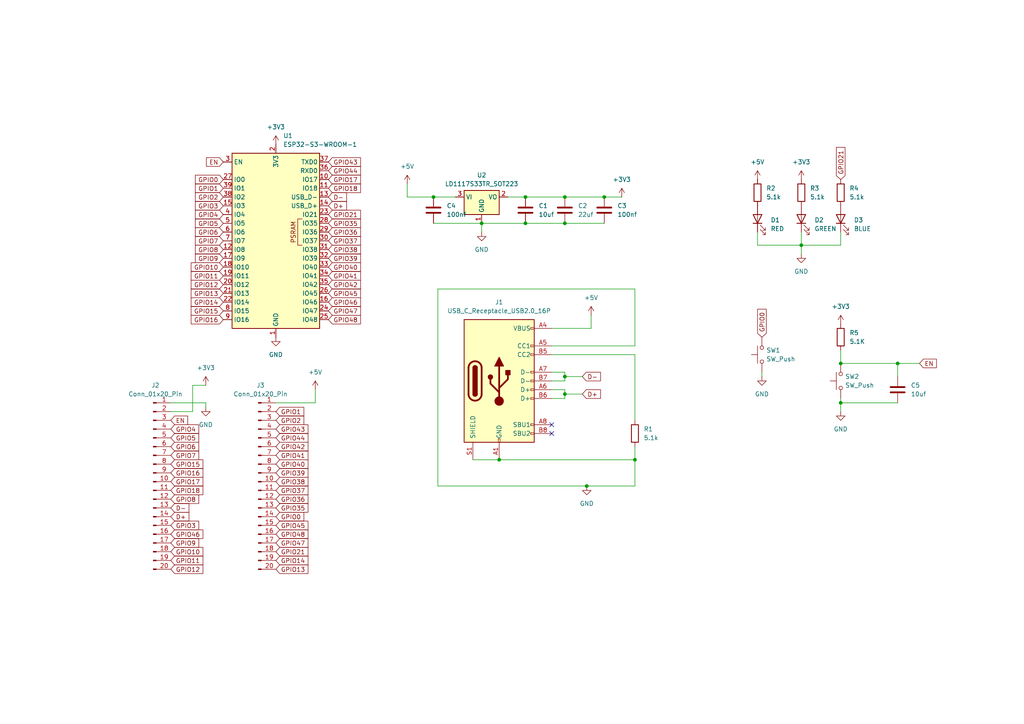
<source format=kicad_sch>
(kicad_sch (version 20250114) (generator "eeschema") (generator_version "9.0")
  (paper "A4")
  (lib_symbols
    (symbol "Connector:Conn_01x20_Pin" (pin_names (offset 1.016) (hide yes))
      (property "Reference" "J" (at 0 25.4 0))
      (property "Value" "Conn_01x20_Pin" (at 0 -27.94 0))
      (symbol "Conn_01x20_Pin_1_1"
        (rectangle (start 0.8636 22.987) (end 0 22.733) (stroke (width 0.1524)) (fill (type outline)))
        (rectangle (start 0.8636 20.447) (end 0 20.193) (stroke (width 0.1524)) (fill (type outline)))
        (rectangle (start 0.8636 17.907) (end 0 17.653) (stroke (width 0.1524)) (fill (type outline)))
        (rectangle (start 0.8636 15.367) (end 0 15.113) (stroke (width 0.1524)) (fill (type outline)))
        (rectangle (start 0.8636 12.827) (end 0 12.573) (stroke (width 0.1524)) (fill (type outline)))
        (rectangle (start 0.8636 10.287) (end 0 10.033) (stroke (width 0.1524)) (fill (type outline)))
        (rectangle (start 0.8636 7.747) (end 0 7.493) (stroke (width 0.1524)) (fill (type outline)))
        (rectangle (start 0.8636 5.207) (end 0 4.953) (stroke (width 0.1524)) (fill (type outline)))
        (rectangle (start 0.8636 2.667) (end 0 2.413) (stroke (width 0.1524)) (fill (type outline)))
        (rectangle (start 0.8636 0.127) (end 0 -0.127) (stroke (width 0.1524)) (fill (type outline)))
        (rectangle (start 0.8636 -2.413) (end 0 -2.667) (stroke (width 0.1524)) (fill (type outline)))
        (rectangle (start 0.8636 -4.953) (end 0 -5.207) (stroke (width 0.1524)) (fill (type outline)))
        (rectangle (start 0.8636 -7.493) (end 0 -7.747) (stroke (width 0.1524)) (fill (type outline)))
        (rectangle (start 0.8636 -10.033) (end 0 -10.287) (stroke (width 0.1524)) (fill (type outline)))
        (rectangle (start 0.8636 -12.573) (end 0 -12.827) (stroke (width 0.1524)) (fill (type outline)))
        (rectangle (start 0.8636 -15.113) (end 0 -15.367) (stroke (width 0.1524)) (fill (type outline)))
        (rectangle (start 0.8636 -17.653) (end 0 -17.907) (stroke (width 0.1524)) (fill (type outline)))
        (rectangle (start 0.8636 -20.193) (end 0 -20.447) (stroke (width 0.1524)) (fill (type outline)))
        (rectangle (start 0.8636 -22.733) (end 0 -22.987) (stroke (width 0.1524)) (fill (type outline)))
        (rectangle (start 0.8636 -25.273) (end 0 -25.527) (stroke (width 0.1524)) (fill (type outline)))
        (polyline (pts (xy 1.27 22.86) (xy 0.8636 22.86)) (stroke (width 0.1524)))
        (polyline (pts (xy 1.27 20.32) (xy 0.8636 20.32)) (stroke (width 0.1524)))
        (polyline (pts (xy 1.27 17.78) (xy 0.8636 17.78)) (stroke (width 0.1524)))
        (polyline (pts (xy 1.27 15.24) (xy 0.8636 15.24)) (stroke (width 0.1524)))
        (polyline (pts (xy 1.27 12.7) (xy 0.8636 12.7)) (stroke (width 0.1524)))
        (polyline (pts (xy 1.27 10.16) (xy 0.8636 10.16)) (stroke (width 0.1524)))
        (polyline (pts (xy 1.27 7.62) (xy 0.8636 7.62)) (stroke (width 0.1524)))
        (polyline (pts (xy 1.27 5.08) (xy 0.8636 5.08)) (stroke (width 0.1524)))
        (polyline (pts (xy 1.27 2.54) (xy 0.8636 2.54)) (stroke (width 0.1524)))
        (polyline (pts (xy 1.27 0) (xy 0.8636 0)) (stroke (width 0.1524)))
        (polyline (pts (xy 1.27 -2.54) (xy 0.8636 -2.54)) (stroke (width 0.1524)))
        (polyline (pts (xy 1.27 -5.08) (xy 0.8636 -5.08)) (stroke (width 0.1524)))
        (polyline (pts (xy 1.27 -7.62) (xy 0.8636 -7.62)) (stroke (width 0.1524)))
        (polyline (pts (xy 1.27 -10.16) (xy 0.8636 -10.16)) (stroke (width 0.1524)))
        (polyline (pts (xy 1.27 -12.7) (xy 0.8636 -12.7)) (stroke (width 0.1524)))
        (polyline (pts (xy 1.27 -15.24) (xy 0.8636 -15.24)) (stroke (width 0.1524)))
        (polyline (pts (xy 1.27 -17.78) (xy 0.8636 -17.78)) (stroke (width 0.1524)))
        (polyline (pts (xy 1.27 -20.32) (xy 0.8636 -20.32)) (stroke (width 0.1524)))
        (polyline (pts (xy 1.27 -22.86) (xy 0.8636 -22.86)) (stroke (width 0.1524)))
        (polyline (pts (xy 1.27 -25.4) (xy 0.8636 -25.4)) (stroke (width 0.1524)))
        (pin passive line (at 5.08 22.86 180) (length 3.81) (name "Pin_1") (number "1"))
        (pin passive line (at 5.08 20.32 180) (length 3.81) (name "Pin_2") (number "2"))
        (pin passive line (at 5.08 17.78 180) (length 3.81) (name "Pin_3") (number "3"))
        (pin passive line (at 5.08 15.24 180) (length 3.81) (name "Pin_4") (number "4"))
        (pin passive line (at 5.08 12.7 180) (length 3.81) (name "Pin_5") (number "5"))
        (pin passive line (at 5.08 10.16 180) (length 3.81) (name "Pin_6") (number "6"))
        (pin passive line (at 5.08 7.62 180) (length 3.81) (name "Pin_7") (number "7"))
        (pin passive line (at 5.08 5.08 180) (length 3.81) (name "Pin_8") (number "8"))
        (pin passive line (at 5.08 2.54 180) (length 3.81) (name "Pin_9") (number "9"))
        (pin passive line (at 5.08 0 180) (length 3.81) (name "Pin_10") (number "10"))
        (pin passive line (at 5.08 -2.54 180) (length 3.81) (name "Pin_11") (number "11"))
        (pin passive line (at 5.08 -5.08 180) (length 3.81) (name "Pin_12") (number "12"))
        (pin passive line (at 5.08 -7.62 180) (length 3.81) (name "Pin_13") (number "13"))
        (pin passive line (at 5.08 -10.16 180) (length 3.81) (name "Pin_14") (number "14"))
        (pin passive line (at 5.08 -12.7 180) (length 3.81) (name "Pin_15") (number "15"))
        (pin passive line (at 5.08 -15.24 180) (length 3.81) (name "Pin_16") (number "16"))
        (pin passive line (at 5.08 -17.78 180) (length 3.81) (name "Pin_17") (number "17"))
        (pin passive line (at 5.08 -20.32 180) (length 3.81) (name "Pin_18") (number "18"))
        (pin passive line (at 5.08 -22.86 180) (length 3.81) (name "Pin_19") (number "19"))
        (pin passive line (at 5.08 -25.4 180) (length 3.81) (name "Pin_20") (number "20"))
      )
    )
    (symbol "Connector:USB_C_Receptacle_USB2.0_16P" (pin_names (offset 1.016))
      (property "Reference" "J" (at 0 22.225 0))
      (property "Value" "USB_C_Receptacle_USB2.0_16P" (at 0 19.685 0))
      (symbol "USB_C_Receptacle_USB2.0_16P_0_0"
        (rectangle (start -0.254 -17.78) (end 0.254 -16.764))
        (rectangle (start 10.16 15.494) (end 9.144 14.986))
        (rectangle (start 10.16 10.414) (end 9.144 9.906))
        (rectangle (start 10.16 7.874) (end 9.144 7.366))
        (rectangle (start 10.16 2.794) (end 9.144 2.286))
        (rectangle (start 10.16 0.254) (end 9.144 -0.254))
        (rectangle (start 10.16 -2.286) (end 9.144 -2.794))
        (rectangle (start 10.16 -4.826) (end 9.144 -5.334))
        (rectangle (start 10.16 -12.446) (end 9.144 -12.954))
        (rectangle (start 10.16 -14.986) (end 9.144 -15.494))
      )
      (symbol "USB_C_Receptacle_USB2.0_16P_0_1"
        (rectangle (start -10.16 17.78) (end 10.16 -17.78) (stroke (width 0.254)) (fill (type background)))
        (polyline (pts (xy -8.89 -3.81) (xy -8.89 3.81)) (stroke (width 0.508)))
        (rectangle (start -7.62 -3.81) (end -6.35 3.81) (stroke (width 0.254)) (fill (type outline)))
        (arc (start -7.62 3.81) (mid -6.985 4.4423) (end -6.35 3.81) (stroke (width 0.254)))
        (arc (start -7.62 3.81) (mid -6.985 4.4423) (end -6.35 3.81) (stroke (width 0.254)) (fill (type outline)))
        (arc (start -8.89 3.81) (mid -6.985 5.7067) (end -5.08 3.81) (stroke (width 0.508)))
        (arc (start -5.08 -3.81) (mid -6.985 -5.7067) (end -8.89 -3.81) (stroke (width 0.508)))
        (arc (start -6.35 -3.81) (mid -6.985 -4.4423) (end -7.62 -3.81) (stroke (width 0.254)))
        (arc (start -6.35 -3.81) (mid -6.985 -4.4423) (end -7.62 -3.81) (stroke (width 0.254)) (fill (type outline)))
        (polyline (pts (xy -5.08 3.81) (xy -5.08 -3.81)) (stroke (width 0.508)))
        (circle (center -2.54 1.143) (radius 0.635) (stroke (width 0.254)) (fill (type outline)))
        (polyline (pts (xy -1.27 4.318) (xy 0 6.858) (xy 1.27 4.318) (xy -1.27 4.318)) (stroke (width 0.254)) (fill (type outline)))
        (polyline (pts (xy 0 -2.032) (xy 2.54 0.508) (xy 2.54 1.778)) (stroke (width 0.508)))
        (polyline (pts (xy 0 -3.302) (xy -2.54 -0.762) (xy -2.54 0.508)) (stroke (width 0.508)))
        (polyline (pts (xy 0 -5.842) (xy 0 4.318)) (stroke (width 0.508)))
        (circle (center 0 -5.842) (radius 1.27) (fill (type outline)))
        (rectangle (start 1.905 1.778) (end 3.175 3.048) (stroke (width 0.254)) (fill (type outline)))
      )
      (symbol "USB_C_Receptacle_USB2.0_16P_1_1"
        (pin passive line (at -7.62 -22.86 90) (length 5.08) (name "SHIELD") (number "S1"))
        (pin passive line (at 0 -22.86 90) (length 5.08) (name "GND") (number "A1"))
        (pin passive line (at 0 -22.86 90) (length 5.08) (hide yes) (name "GND") (number "A12"))
        (pin passive line (at 0 -22.86 90) (length 5.08) (hide yes) (name "GND") (number "B1"))
        (pin passive line (at 0 -22.86 90) (length 5.08) (hide yes) (name "GND") (number "B12"))
        (pin passive line (at 15.24 15.24 180) (length 5.08) (name "VBUS") (number "A4"))
        (pin passive line (at 15.24 15.24 180) (length 5.08) (hide yes) (name "VBUS") (number "A9"))
        (pin passive line (at 15.24 15.24 180) (length 5.08) (hide yes) (name "VBUS") (number "B4"))
        (pin passive line (at 15.24 15.24 180) (length 5.08) (hide yes) (name "VBUS") (number "B9"))
        (pin bidirectional line (at 15.24 10.16 180) (length 5.08) (name "CC1") (number "A5"))
        (pin bidirectional line (at 15.24 7.62 180) (length 5.08) (name "CC2") (number "B5"))
        (pin bidirectional line (at 15.24 2.54 180) (length 5.08) (name "D-") (number "A7"))
        (pin bidirectional line (at 15.24 0 180) (length 5.08) (name "D-") (number "B7"))
        (pin bidirectional line (at 15.24 -2.54 180) (length 5.08) (name "D+") (number "A6"))
        (pin bidirectional line (at 15.24 -5.08 180) (length 5.08) (name "D+") (number "B6"))
        (pin bidirectional line (at 15.24 -12.7 180) (length 5.08) (name "SBU1") (number "A8"))
        (pin bidirectional line (at 15.24 -15.24 180) (length 5.08) (name "SBU2") (number "B8"))
      )
    )
    (symbol "Device:C" (pin_numbers (hide yes)) (pin_names (offset 0.254))
      (property "Reference" "C" (at 0.635 2.54 0))
      (property "Value" "C" (at 0.635 -2.54 0))
      (symbol "C_0_1"
        (polyline (pts (xy -2.032 0.762) (xy 2.032 0.762)) (stroke (width 0.508)))
        (polyline (pts (xy -2.032 -0.762) (xy 2.032 -0.762)) (stroke (width 0.508)))
      )
      (symbol "C_1_1"
        (pin passive line (at 0 3.81 270) (length 2.794) (name "~") (number "1"))
        (pin passive line (at 0 -3.81 90) (length 2.794) (name "~") (number "2"))
      )
    )
    (symbol "Device:LED" (pin_numbers (hide yes)) (pin_names (offset 1.016) (hide yes))
      (property "Reference" "D" (at 0 2.54 0))
      (property "Value" "LED" (at 0 -2.54 0))
      (symbol "LED_0_1"
        (polyline (pts (xy -3.048 -0.762) (xy -4.572 -2.286) (xy -3.81 -2.286) (xy -4.572 -2.286) (xy -4.572 -1.524)))
        (polyline (pts (xy -1.778 -0.762) (xy -3.302 -2.286) (xy -2.54 -2.286) (xy -3.302 -2.286) (xy -3.302 -1.524)))
        (polyline (pts (xy -1.27 0) (xy 1.27 0)))
        (polyline (pts (xy -1.27 -1.27) (xy -1.27 1.27)) (stroke (width 0.254)))
        (polyline (pts (xy 1.27 -1.27) (xy 1.27 1.27) (xy -1.27 0) (xy 1.27 -1.27)) (stroke (width 0.254)))
      )
      (symbol "LED_1_1"
        (pin passive line (at -3.81 0 0) (length 2.54) (name "K") (number "1"))
        (pin passive line (at 3.81 0 180) (length 2.54) (name "A") (number "2"))
      )
    )
    (symbol "Device:R" (pin_numbers (hide yes)) (pin_names (offset 0))
      (property "Reference" "R" (at 2.032 0 90))
      (property "Value" "R" (at 0 0 90))
      (symbol "R_0_1"
        (rectangle (start -1.016 -2.54) (end 1.016 2.54) (stroke (width 0.254)))
      )
      (symbol "R_1_1"
        (pin passive line (at 0 3.81 270) (length 1.27) (name "~") (number "1"))
        (pin passive line (at 0 -3.81 90) (length 1.27) (name "~") (number "2"))
      )
    )
    (symbol "RF_Module:ESP32-S3-WROOM-1"
      (property "Reference" "U" (at -12.7 26.67 0))
      (property "Value" "ESP32-S3-WROOM-1" (at 12.7 26.67 0))
      (symbol "ESP32-S3-WROOM-1_0_0"
        (rectangle (start -12.7 25.4) (end 12.7 -25.4) (stroke (width 0.254)) (fill (type background)))
        (text "PSRAM" (at 5.08 2.54 900) (effects (font (size 1.27 1.27))))
      )
      (symbol "ESP32-S3-WROOM-1_0_1"
        (polyline (pts (xy 7.62 -1.27) (xy 6.35 -1.27) (xy 6.35 6.35) (xy 7.62 6.35)))
      )
      (symbol "ESP32-S3-WROOM-1_1_1"
        (pin input line (at -15.24 22.86 0) (length 2.54) (name "EN") (number "3"))
        (pin bidirectional line (at -15.24 17.78 0) (length 2.54) (name "IO0") (number "27"))
        (pin bidirectional line (at -15.24 15.24 0) (length 2.54) (name "IO1") (number "39"))
        (pin bidirectional line (at -15.24 12.7 0) (length 2.54) (name "IO2") (number "38"))
        (pin bidirectional line (at -15.24 10.16 0) (length 2.54) (name "IO3") (number "15"))
        (pin bidirectional line (at -15.24 7.62 0) (length 2.54) (name "IO4") (number "4"))
        (pin bidirectional line (at -15.24 5.08 0) (length 2.54) (name "IO5") (number "5"))
        (pin bidirectional line (at -15.24 2.54 0) (length 2.54) (name "IO6") (number "6"))
        (pin bidirectional line (at -15.24 0 0) (length 2.54) (name "IO7") (number "7"))
        (pin bidirectional line (at -15.24 -2.54 0) (length 2.54) (name "IO8") (number "12"))
        (pin bidirectional line (at -15.24 -5.08 0) (length 2.54) (name "IO9") (number "17"))
        (pin bidirectional line (at -15.24 -7.62 0) (length 2.54) (name "IO10") (number "18"))
        (pin bidirectional line (at -15.24 -10.16 0) (length 2.54) (name "IO11") (number "19"))
        (pin bidirectional line (at -15.24 -12.7 0) (length 2.54) (name "IO12") (number "20"))
        (pin bidirectional line (at -15.24 -15.24 0) (length 2.54) (name "IO13") (number "21"))
        (pin bidirectional line (at -15.24 -17.78 0) (length 2.54) (name "IO14") (number "22"))
        (pin bidirectional line (at -15.24 -20.32 0) (length 2.54) (name "IO15") (number "8"))
        (pin bidirectional line (at -15.24 -22.86 0) (length 2.54) (name "IO16") (number "9"))
        (pin power_in line (at 0 27.94 270) (length 2.54) (name "3V3") (number "2"))
        (pin power_in line (at 0 -27.94 90) (length 2.54) (name "GND") (number "1"))
        (pin passive line (at 0 -27.94 90) (length 2.54) (hide yes) (name "GND") (number "40"))
        (pin passive line (at 0 -27.94 90) (length 2.54) (hide yes) (name "GND") (number "41"))
        (pin bidirectional line (at 15.24 22.86 180) (length 2.54) (name "TXD0") (number "37"))
        (pin bidirectional line (at 15.24 20.32 180) (length 2.54) (name "RXD0") (number "36"))
        (pin bidirectional line (at 15.24 17.78 180) (length 2.54) (name "IO17") (number "10"))
        (pin bidirectional line (at 15.24 15.24 180) (length 2.54) (name "IO18") (number "11"))
        (pin bidirectional line (at 15.24 12.7 180) (length 2.54) (name "USB_D-") (number "13"))
        (pin bidirectional line (at 15.24 10.16 180) (length 2.54) (name "USB_D+") (number "14"))
        (pin bidirectional line (at 15.24 7.62 180) (length 2.54) (name "IO21") (number "23"))
        (pin bidirectional line (at 15.24 5.08 180) (length 2.54) (name "IO35") (number "28"))
        (pin bidirectional line (at 15.24 2.54 180) (length 2.54) (name "IO36") (number "29"))
        (pin bidirectional line (at 15.24 0 180) (length 2.54) (name "IO37") (number "30"))
        (pin bidirectional line (at 15.24 -2.54 180) (length 2.54) (name "IO38") (number "31"))
        (pin bidirectional line (at 15.24 -5.08 180) (length 2.54) (name "IO39") (number "32"))
        (pin bidirectional line (at 15.24 -7.62 180) (length 2.54) (name "IO40") (number "33"))
        (pin bidirectional line (at 15.24 -10.16 180) (length 2.54) (name "IO41") (number "34"))
        (pin bidirectional line (at 15.24 -12.7 180) (length 2.54) (name "IO42") (number "35"))
        (pin bidirectional line (at 15.24 -15.24 180) (length 2.54) (name "IO45") (number "26"))
        (pin bidirectional line (at 15.24 -17.78 180) (length 2.54) (name "IO46") (number "16"))
        (pin bidirectional line (at 15.24 -20.32 180) (length 2.54) (name "IO47") (number "24"))
        (pin bidirectional line (at 15.24 -22.86 180) (length 2.54) (name "IO48") (number "25"))
      )
    )
    (symbol "Regulator_Linear:LD1117S33TR_SOT223"
      (property "Reference" "U" (at -3.81 3.175 0))
      (property "Value" "LD1117S33TR_SOT223" (at 0 3.175 0))
      (symbol "LD1117S33TR_SOT223_0_1"
        (rectangle (start -5.08 -5.08) (end 5.08 1.905) (stroke (width 0.254)) (fill (type background)))
      )
      (symbol "LD1117S33TR_SOT223_1_1"
        (pin power_in line (at -7.62 0 0) (length 2.54) (name "VI") (number "3"))
        (pin power_in line (at 0 -7.62 90) (length 2.54) (name "GND") (number "1"))
        (pin power_out line (at 7.62 0 180) (length 2.54) (name "VO") (number "2"))
      )
    )
    (symbol "Switch:SW_Push" (pin_numbers (hide yes)) (pin_names (offset 1.016) (hide yes))
      (property "Reference" "SW" (at 1.27 2.54 0))
      (property "Value" "SW_Push" (at 0 -1.524 0))
      (symbol "SW_Push_0_1"
        (circle (center -2.032 0) (radius 0.508))
        (polyline (pts (xy 0 1.27) (xy 0 3.048)))
        (circle (center 2.032 0) (radius 0.508))
        (polyline (pts (xy 2.54 1.27) (xy -2.54 1.27)))
        (pin passive line (at -5.08 0 0) (length 2.54) (name "1") (number "1"))
        (pin passive line (at 5.08 0 180) (length 2.54) (name "2") (number "2"))
      )
    )
    (symbol "power:+3V3" (power) (pin_numbers (hide yes)) (pin_names (offset 0) (hide yes))
      (property "Value" "+3V3" (at 0 3.556 0))
      (symbol "+3V3_0_1"
        (polyline (pts (xy -0.762 1.27) (xy 0 2.54)))
        (polyline (pts (xy 0 2.54) (xy 0.762 1.27)))
        (polyline (pts (xy 0 0) (xy 0 2.54)))
      )
      (symbol "+3V3_1_1"
        (pin power_in line (at 0 0 90) (length 0) (name "~") (number "1"))
      )
    )
    (symbol "power:+5V" (power) (pin_numbers (hide yes)) (pin_names (offset 0) (hide yes))
      (property "Value" "+5V" (at 0 3.556 0))
      (symbol "+5V_0_1"
        (polyline (pts (xy -0.762 1.27) (xy 0 2.54)))
        (polyline (pts (xy 0 2.54) (xy 0.762 1.27)))
        (polyline (pts (xy 0 0) (xy 0 2.54)))
      )
      (symbol "+5V_1_1"
        (pin power_in line (at 0 0 90) (length 0) (name "~") (number "1"))
      )
    )
    (symbol "power:GND" (power) (pin_numbers (hide yes)) (pin_names (offset 0) (hide yes))
      (property "Value" "GND" (at 0 -3.81 0))
      (symbol "GND_0_1"
        (polyline (pts (xy 0 0) (xy 0 -1.27) (xy 1.27 -1.27) (xy 0 -2.54) (xy -1.27 -1.27) (xy 0 -1.27)))
      )
      (symbol "GND_1_1"
        (pin power_in line (at 0 0 270) (length 0) (name "~") (number "1"))
      )
    )
  )
  (junction (at 260.35 105.41))
  (junction (at 232.41 71.12))
  (junction (at 170.18 140.97))
  (junction (at 152.4 64.77))
  (junction (at 184.15 133.35))
  (junction (at 163.83 109.22))
  (junction (at 139.7 64.77))
  (junction (at 163.83 114.3))
  (junction (at 243.84 116.84))
  (junction (at 243.84 105.41))
  (junction (at 152.4 57.15))
  (junction (at 163.83 57.15))
  (junction (at 125.73 57.15))
  (junction (at 144.78 133.35))
  (junction (at 163.83 64.77))
  (junction (at 175.26 57.15))
  (no_connect (at 160.02 125.73))
  (no_connect (at 160.02 123.19))
  (wire (pts (xy 163.83 115.57) (xy 160.02 115.57)))
  (wire (pts (xy 163.83 107.95) (xy 163.83 109.22)))
  (wire (pts (xy 243.84 116.84) (xy 243.84 119.38)))
  (wire (pts (xy 55.88 111.76) (xy 55.88 119.38)))
  (wire (pts (xy 160.02 113.03) (xy 163.83 113.03)))
  (wire (pts (xy 260.35 105.41) (xy 260.35 109.22)))
  (wire (pts (xy 243.84 101.6) (xy 243.84 105.41)))
  (wire (pts (xy 163.83 113.03) (xy 163.83 114.3)))
  (wire (pts (xy 184.15 102.87) (xy 184.15 121.92)))
  (wire (pts (xy 175.26 57.15) (xy 180.34 57.15)))
  (wire (pts (xy 232.41 71.12) (xy 232.41 73.66)))
  (wire (pts (xy 184.15 133.35) (xy 184.15 140.97)))
  (wire (pts (xy 171.45 91.44) (xy 171.45 95.25)))
  (wire (pts (xy 80.01 116.84) (xy 91.44 116.84)))
  (wire (pts (xy 160.02 95.25) (xy 171.45 95.25)))
  (wire (pts (xy 184.15 83.82) (xy 127 83.82)))
  (wire (pts (xy 59.69 116.84) (xy 59.69 118.11)))
  (wire (pts (xy 220.98 109.22) (xy 220.98 107.95)))
  (wire (pts (xy 127 83.82) (xy 127 140.97)))
  (wire (pts (xy 219.71 71.12) (xy 232.41 71.12)))
  (wire (pts (xy 243.84 105.41) (xy 260.35 105.41)))
  (wire (pts (xy 127 140.97) (xy 170.18 140.97)))
  (wire (pts (xy 59.69 111.76) (xy 55.88 111.76)))
  (wire (pts (xy 232.41 71.12) (xy 243.84 71.12)))
  (wire (pts (xy 91.44 116.84) (xy 91.44 113.03)))
  (wire (pts (xy 184.15 100.33) (xy 184.15 83.82)))
  (wire (pts (xy 163.83 114.3) (xy 163.83 115.57)))
  (wire (pts (xy 49.53 116.84) (xy 59.69 116.84)))
  (wire (pts (xy 125.73 57.15) (xy 118.11 57.15)))
  (wire (pts (xy 184.15 140.97) (xy 170.18 140.97)))
  (wire (pts (xy 139.7 64.77) (xy 139.7 67.31)))
  (wire (pts (xy 137.16 133.35) (xy 144.78 133.35)))
  (wire (pts (xy 243.84 115.57) (xy 243.84 116.84)))
  (wire (pts (xy 163.83 109.22) (xy 168.91 109.22)))
  (wire (pts (xy 219.71 67.31) (xy 219.71 71.12)))
  (wire (pts (xy 139.7 64.77) (xy 152.4 64.77)))
  (wire (pts (xy 160.02 107.95) (xy 163.83 107.95)))
  (wire (pts (xy 243.84 116.84) (xy 260.35 116.84)))
  (wire (pts (xy 132.08 57.15) (xy 125.73 57.15)))
  (wire (pts (xy 163.83 64.77) (xy 175.26 64.77)))
  (wire (pts (xy 160.02 100.33) (xy 184.15 100.33)))
  (wire (pts (xy 160.02 110.49) (xy 163.83 110.49)))
  (wire (pts (xy 160.02 102.87) (xy 184.15 102.87)))
  (wire (pts (xy 168.91 114.3) (xy 163.83 114.3)))
  (wire (pts (xy 243.84 71.12) (xy 243.84 67.31)))
  (wire (pts (xy 260.35 105.41) (xy 266.7 105.41)))
  (wire (pts (xy 55.88 119.38) (xy 49.53 119.38)))
  (wire (pts (xy 147.32 57.15) (xy 152.4 57.15)))
  (wire (pts (xy 125.73 64.77) (xy 139.7 64.77)))
  (wire (pts (xy 163.83 109.22) (xy 163.83 110.49)))
  (wire (pts (xy 232.41 67.31) (xy 232.41 71.12)))
  (wire (pts (xy 144.78 133.35) (xy 184.15 133.35)))
  (wire (pts (xy 152.4 57.15) (xy 163.83 57.15)))
  (wire (pts (xy 184.15 133.35) (xy 184.15 129.54)))
  (wire (pts (xy 152.4 64.77) (xy 163.83 64.77)))
  (wire (pts (xy 118.11 53.34) (xy 118.11 57.15)))
  (wire (pts (xy 163.83 57.15) (xy 175.26 57.15)))
  (global_label "GPIO39" (shape input) (at 95.25 74.93 0) (property "Intersheetrefs" "${INTERSHEET_REFS}" (effects (hide yes))))
  (global_label "GPIO15" (shape input) (at 64.77 90.17 180) (property "Intersheetrefs" "${INTERSHEET_REFS}" (effects (hide yes))))
  (global_label "GPIO0" (shape input) (at 64.77 52.07 180) (property "Intersheetrefs" "${INTERSHEET_REFS}" (effects (hide yes))))
  (global_label "D-" (shape input) (at 95.25 57.15 0) (property "Intersheetrefs" "${INTERSHEET_REFS}" (effects (hide yes))))
  (global_label "GPIO40" (shape input) (at 95.25 77.47 0) (property "Intersheetrefs" "${INTERSHEET_REFS}" (effects (hide yes))))
  (global_label "GPIO36" (shape input) (at 80.01 144.78 0) (property "Intersheetrefs" "${INTERSHEET_REFS}" (effects (hide yes))))
  (global_label "GPIO10" (shape input) (at 49.53 160.02 0) (property "Intersheetrefs" "${INTERSHEET_REFS}" (effects (hide yes))))
  (global_label "GPIO46" (shape input) (at 95.25 87.63 0) (property "Intersheetrefs" "${INTERSHEET_REFS}" (effects (hide yes))))
  (global_label "GPIO12" (shape input) (at 49.53 165.1 0) (property "Intersheetrefs" "${INTERSHEET_REFS}" (effects (hide yes))))
  (global_label "GPIO1" (shape input) (at 80.01 119.38 0) (property "Intersheetrefs" "${INTERSHEET_REFS}" (effects (hide yes))))
  (global_label "D+" (shape input) (at 95.25 59.69 0) (property "Intersheetrefs" "${INTERSHEET_REFS}" (effects (hide yes))))
  (global_label "GPIO2" (shape input) (at 64.77 57.15 180) (property "Intersheetrefs" "${INTERSHEET_REFS}" (effects (hide yes))))
  (global_label "GPIO6" (shape input) (at 64.77 67.31 180) (property "Intersheetrefs" "${INTERSHEET_REFS}" (effects (hide yes))))
  (global_label "GPIO16" (shape input) (at 64.77 92.71 180) (property "Intersheetrefs" "${INTERSHEET_REFS}" (effects (hide yes))))
  (global_label "GPIO46" (shape input) (at 49.53 154.94 0) (property "Intersheetrefs" "${INTERSHEET_REFS}" (effects (hide yes))))
  (global_label "GPIO14" (shape input) (at 64.77 87.63 180) (property "Intersheetrefs" "${INTERSHEET_REFS}" (effects (hide yes))))
  (global_label "GPIO11" (shape input) (at 49.53 162.56 0) (property "Intersheetrefs" "${INTERSHEET_REFS}" (effects (hide yes))))
  (global_label "GPIO45" (shape input) (at 95.25 85.09 0) (property "Intersheetrefs" "${INTERSHEET_REFS}" (effects (hide yes))))
  (global_label "GPIO11" (shape input) (at 64.77 80.01 180) (property "Intersheetrefs" "${INTERSHEET_REFS}" (effects (hide yes))))
  (global_label "GPIO42" (shape input) (at 80.01 129.54 0) (property "Intersheetrefs" "${INTERSHEET_REFS}" (effects (hide yes))))
  (global_label "GPIO12" (shape input) (at 64.77 82.55 180) (property "Intersheetrefs" "${INTERSHEET_REFS}" (effects (hide yes))))
  (global_label "GPIO17" (shape input) (at 95.25 52.07 0) (property "Intersheetrefs" "${INTERSHEET_REFS}" (effects (hide yes))))
  (global_label "GPIO47" (shape input) (at 95.25 90.17 0) (property "Intersheetrefs" "${INTERSHEET_REFS}" (effects (hide yes))))
  (global_label "GPIO3" (shape input) (at 64.77 59.69 180) (property "Intersheetrefs" "${INTERSHEET_REFS}" (effects (hide yes))))
  (global_label "GPIO17" (shape input) (at 49.53 139.7 0) (property "Intersheetrefs" "${INTERSHEET_REFS}" (effects (hide yes))))
  (global_label "GPIO21" (shape input) (at 243.84 52.07 90) (property "Intersheetrefs" "${INTERSHEET_REFS}" (effects (hide yes))))
  (global_label "GPIO35" (shape input) (at 95.25 64.77 0) (property "Intersheetrefs" "${INTERSHEET_REFS}" (effects (hide yes))))
  (global_label "D-" (shape input) (at 168.91 109.22 0) (property "Intersheetrefs" "${INTERSHEET_REFS}" (effects (hide yes))))
  (global_label "GPIO37" (shape input) (at 95.25 69.85 0) (property "Intersheetrefs" "${INTERSHEET_REFS}" (effects (hide yes))))
  (global_label "GPIO7" (shape input) (at 49.53 132.08 0) (property "Intersheetrefs" "${INTERSHEET_REFS}" (effects (hide yes))))
  (global_label "GPIO44" (shape input) (at 80.01 127 0) (property "Intersheetrefs" "${INTERSHEET_REFS}" (effects (hide yes))))
  (global_label "GPIO13" (shape input) (at 64.77 85.09 180) (property "Intersheetrefs" "${INTERSHEET_REFS}" (effects (hide yes))))
  (global_label "GPIO41" (shape input) (at 80.01 132.08 0) (property "Intersheetrefs" "${INTERSHEET_REFS}" (effects (hide yes))))
  (global_label "GPIO45" (shape input) (at 80.01 152.4 0) (property "Intersheetrefs" "${INTERSHEET_REFS}" (effects (hide yes))))
  (global_label "GPIO40" (shape input) (at 80.01 134.62 0) (property "Intersheetrefs" "${INTERSHEET_REFS}" (effects (hide yes))))
  (global_label "EN" (shape input) (at 64.77 46.99 180) (property "Intersheetrefs" "${INTERSHEET_REFS}" (effects (hide yes))))
  (global_label "GPIO13" (shape input) (at 80.01 165.1 0) (property "Intersheetrefs" "${INTERSHEET_REFS}" (effects (hide yes))))
  (global_label "GPIO5" (shape input) (at 64.77 64.77 180) (property "Intersheetrefs" "${INTERSHEET_REFS}" (effects (hide yes))))
  (global_label "GPIO1" (shape input) (at 64.77 54.61 180) (property "Intersheetrefs" "${INTERSHEET_REFS}" (effects (hide yes))))
  (global_label "GPIO43" (shape input) (at 80.01 124.46 0) (property "Intersheetrefs" "${INTERSHEET_REFS}" (effects (hide yes))))
  (global_label "GPIO21" (shape input) (at 80.01 160.02 0) (property "Intersheetrefs" "${INTERSHEET_REFS}" (effects (hide yes))))
  (global_label "GPIO10" (shape input) (at 64.77 77.47 180) (property "Intersheetrefs" "${INTERSHEET_REFS}" (effects (hide yes))))
  (global_label "GPIO9" (shape input) (at 64.77 74.93 180) (property "Intersheetrefs" "${INTERSHEET_REFS}" (effects (hide yes))))
  (global_label "GPIO0" (shape input) (at 220.98 97.79 90) (property "Intersheetrefs" "${INTERSHEET_REFS}" (effects (hide yes))))
  (global_label "GPIO2" (shape input) (at 80.01 121.92 0) (property "Intersheetrefs" "${INTERSHEET_REFS}" (effects (hide yes))))
  (global_label "GPIO3" (shape input) (at 49.53 152.4 0) (property "Intersheetrefs" "${INTERSHEET_REFS}" (effects (hide yes))))
  (global_label "GPIO21" (shape input) (at 95.25 62.23 0) (property "Intersheetrefs" "${INTERSHEET_REFS}" (effects (hide yes))))
  (global_label "GPIO16" (shape input) (at 49.53 137.16 0) (property "Intersheetrefs" "${INTERSHEET_REFS}" (effects (hide yes))))
  (global_label "GPIO8" (shape input) (at 64.77 72.39 180) (property "Intersheetrefs" "${INTERSHEET_REFS}" (effects (hide yes))))
  (global_label "GPIO44" (shape input) (at 95.25 49.53 0) (property "Intersheetrefs" "${INTERSHEET_REFS}" (effects (hide yes))))
  (global_label "GPIO7" (shape input) (at 64.77 69.85 180) (property "Intersheetrefs" "${INTERSHEET_REFS}" (effects (hide yes))))
  (global_label "GPIO18" (shape input) (at 49.53 142.24 0) (property "Intersheetrefs" "${INTERSHEET_REFS}" (effects (hide yes))))
  (global_label "GPIO0" (shape input) (at 80.01 149.86 0) (property "Intersheetrefs" "${INTERSHEET_REFS}" (effects (hide yes))))
  (global_label "GPIO39" (shape input) (at 80.01 137.16 0) (property "Intersheetrefs" "${INTERSHEET_REFS}" (effects (hide yes))))
  (global_label "GPIO4" (shape input) (at 64.77 62.23 180) (property "Intersheetrefs" "${INTERSHEET_REFS}" (effects (hide yes))))
  (global_label "D-" (shape input) (at 49.53 147.32 0) (property "Intersheetrefs" "${INTERSHEET_REFS}" (effects (hide yes))))
  (global_label "GPIO5" (shape input) (at 49.53 127 0) (property "Intersheetrefs" "${INTERSHEET_REFS}" (effects (hide yes))))
  (global_label "GPIO9" (shape input) (at 49.53 157.48 0) (property "Intersheetrefs" "${INTERSHEET_REFS}" (effects (hide yes))))
  (global_label "GPIO42" (shape input) (at 95.25 82.55 0) (property "Intersheetrefs" "${INTERSHEET_REFS}" (effects (hide yes))))
  (global_label "GPIO6" (shape input) (at 49.53 129.54 0) (property "Intersheetrefs" "${INTERSHEET_REFS}" (effects (hide yes))))
  (global_label "GPIO41" (shape input) (at 95.25 80.01 0) (property "Intersheetrefs" "${INTERSHEET_REFS}" (effects (hide yes))))
  (global_label "GPIO38" (shape input) (at 95.25 72.39 0) (property "Intersheetrefs" "${INTERSHEET_REFS}" (effects (hide yes))))
  (global_label "GPIO47" (shape input) (at 80.01 157.48 0) (property "Intersheetrefs" "${INTERSHEET_REFS}" (effects (hide yes))))
  (global_label "GPIO43" (shape input) (at 95.25 46.99 0) (property "Intersheetrefs" "${INTERSHEET_REFS}" (effects (hide yes))))
  (global_label "GPIO48" (shape input) (at 80.01 154.94 0) (property "Intersheetrefs" "${INTERSHEET_REFS}" (effects (hide yes))))
  (global_label "GPIO48" (shape input) (at 95.25 92.71 0) (property "Intersheetrefs" "${INTERSHEET_REFS}" (effects (hide yes))))
  (global_label "GPIO4" (shape input) (at 49.53 124.46 0) (property "Intersheetrefs" "${INTERSHEET_REFS}" (effects (hide yes))))
  (global_label "EN" (shape input) (at 266.7 105.41 0) (property "Intersheetrefs" "${INTERSHEET_REFS}" (effects (hide yes))))
  (global_label "GPIO38" (shape input) (at 80.01 139.7 0) (property "Intersheetrefs" "${INTERSHEET_REFS}" (effects (hide yes))))
  (global_label "GPIO18" (shape input) (at 95.25 54.61 0) (property "Intersheetrefs" "${INTERSHEET_REFS}" (effects (hide yes))))
  (global_label "D+" (shape input) (at 168.91 114.3 0) (property "Intersheetrefs" "${INTERSHEET_REFS}" (effects (hide yes))))
  (global_label "GPIO35" (shape input) (at 80.01 147.32 0) (property "Intersheetrefs" "${INTERSHEET_REFS}" (effects (hide yes))))
  (global_label "GPIO8" (shape input) (at 49.53 144.78 0) (property "Intersheetrefs" "${INTERSHEET_REFS}" (effects (hide yes))))
  (global_label "GPIO37" (shape input) (at 80.01 142.24 0) (property "Intersheetrefs" "${INTERSHEET_REFS}" (effects (hide yes))))
  (global_label "GPIO14" (shape input) (at 80.01 162.56 0) (property "Intersheetrefs" "${INTERSHEET_REFS}" (effects (hide yes))))
  (global_label "GPIO15" (shape input) (at 49.53 134.62 0) (property "Intersheetrefs" "${INTERSHEET_REFS}" (effects (hide yes))))
  (global_label "GPIO36" (shape input) (at 95.25 67.31 0) (property "Intersheetrefs" "${INTERSHEET_REFS}" (effects (hide yes))))
  (global_label "D+" (shape input) (at 49.53 149.86 0) (property "Intersheetrefs" "${INTERSHEET_REFS}" (effects (hide yes))))
  (global_label "EN" (shape input) (at 49.53 121.92 0) (property "Intersheetrefs" "${INTERSHEET_REFS}" (effects (hide yes))))
  (symbol (lib_id "Connector:USB_C_Receptacle_USB2.0_16P") (at 144.78 110.49 0) (unit 1)
    (property "Reference" "J1" (at 144.78 87.63 0))
    (property "Value" "USB_C_Receptacle_USB2.0_16P" (at 144.78 90.17 0))
    (property "Footprint" "Connector_USB:USB_C_Receptacle_HCTL_HC-TYPE-C-16P-01A" (effects (hide yes)))
    (property "Datasheet" "https://www.usb.org/sites/default/files/documents/usb_type-c.zip" (effects (hide yes)))
    (property "Description" "USB 2.0-only 16P Type-C Receptacle connector" (effects (hide yes)))
  )
  (symbol (lib_id "Device:LED") (at 232.41 63.5 90) (unit 1)
    (property "Reference" "D2" (at 236.22 63.8174 90) (effects (justify right)))
    (property "Value" "GREEN" (at 236.22 66.3574 90) (effects (justify right)))
    (property "Footprint" "LED_SMD:LED_0805_2012Metric_Pad1.15x1.40mm_HandSolder" (effects (hide yes)))
    (property "Description" "Light emitting diode" (effects (hide yes)))
    (property "Sim.Pins" "1=K 2=A" (effects (hide yes)))
  )
  (symbol (lib_id "power:+5V") (at 118.11 53.34 0) (unit 1)
    (property "Reference" "#PWR05" (effects (hide yes)))
    (property "Value" "+5V" (at 118.11 48.26 0))
    (property "Description" "Power symbol creates a global label with name \"+5V\"" (effects (hide yes)))
  )
  (symbol (lib_id "power:+5V") (at 219.71 52.07 0) (unit 1)
    (property "Reference" "#PWR09" (effects (hide yes)))
    (property "Value" "+5V" (at 219.71 46.99 0))
    (property "Description" "Power symbol creates a global label with name \"+5V\"" (effects (hide yes)))
  )
  (symbol (lib_id "Device:LED") (at 219.71 63.5 90) (unit 1)
    (property "Reference" "D1" (at 223.52 63.8174 90) (effects (justify right)))
    (property "Value" "RED" (at 223.52 66.3574 90) (effects (justify right)))
    (property "Footprint" "LED_SMD:LED_0805_2012Metric_Pad1.15x1.40mm_HandSolder" (effects (hide yes)))
    (property "Description" "Light emitting diode" (effects (hide yes)))
    (property "Sim.Pins" "1=K 2=A" (effects (hide yes)))
  )
  (symbol (lib_id "power:+3V3") (at 59.69 111.76 0) (unit 1)
    (property "Reference" "#PWR015" (effects (hide yes)))
    (property "Value" "+3V3" (at 59.69 106.68 0))
    (property "Description" "Power symbol creates a global label with name \"+3V3\"" (effects (hide yes)))
  )
  (symbol (lib_id "power:+5V") (at 171.45 91.44 0) (unit 1)
    (property "Reference" "#PWR06" (effects (hide yes)))
    (property "Value" "+5V" (at 171.45 86.36 0))
    (property "Description" "Power symbol creates a global label with name \"+5V\"" (effects (hide yes)))
  )
  (symbol (lib_id "power:+3V3") (at 232.41 52.07 0) (unit 1)
    (property "Reference" "#PWR010" (effects (hide yes)))
    (property "Value" "+3V3" (at 232.41 46.99 0))
    (property "Description" "Power symbol creates a global label with name \"+3V3\"" (effects (hide yes)))
  )
  (symbol (lib_id "Device:R") (at 243.84 97.79 0) (unit 1)
    (property "Reference" "R5" (at 246.38 96.5199 0) (effects (justify left)))
    (property "Value" "5.1K" (at 246.38 99.0599 0) (effects (justify left)))
    (property "Footprint" "Resistor_SMD:R_0603_1608Metric_Pad0.98x0.95mm_HandSolder" (effects (hide yes)))
    (property "Description" "Resistor" (effects (hide yes)))
  )
  (symbol (lib_id "power:GND") (at 139.7 67.31 0) (unit 1)
    (property "Reference" "#PWR04" (effects (hide yes)))
    (property "Value" "GND" (at 139.7 72.39 0))
    (property "Description" "Power symbol creates a global label with name \"GND\" , ground" (effects (hide yes)))
  )
  (symbol (lib_id "Device:C") (at 163.83 60.96 0) (unit 1)
    (property "Reference" "C2" (at 167.64 59.6899 0) (effects (justify left)))
    (property "Value" "22uf" (at 167.64 62.2299 0) (effects (justify left)))
    (property "Footprint" "Capacitor_SMD:C_1206_3216Metric_Pad1.33x1.80mm_HandSolder" (effects (hide yes)))
    (property "Description" "Unpolarized capacitor" (effects (hide yes)))
  )
  (symbol (lib_id "power:GND") (at 232.41 73.66 0) (unit 1)
    (property "Reference" "#PWR08" (effects (hide yes)))
    (property "Value" "GND" (at 232.41 78.74 0))
    (property "Description" "Power symbol creates a global label with name \"GND\" , ground" (effects (hide yes)))
  )
  (symbol (lib_id "Device:R") (at 243.84 55.88 0) (unit 1)
    (property "Reference" "R4" (at 246.38 54.6099 0) (effects (justify left)))
    (property "Value" "5.1k" (at 246.38 57.1499 0) (effects (justify left)))
    (property "Footprint" "Resistor_SMD:R_0603_1608Metric_Pad0.98x0.95mm_HandSolder" (effects (hide yes)))
    (property "Description" "Resistor" (effects (hide yes)))
  )
  (symbol (lib_id "Device:C") (at 260.35 113.03 0) (unit 1)
    (property "Reference" "C5" (at 264.16 111.7599 0) (effects (justify left)))
    (property "Value" "10uf" (at 264.16 114.2999 0) (effects (justify left)))
    (property "Footprint" "Capacitor_SMD:C_1206_3216Metric_Pad1.33x1.80mm_HandSolder" (effects (hide yes)))
    (property "Description" "Unpolarized capacitor" (effects (hide yes)))
  )
  (symbol (lib_id "power:+5V") (at 91.44 113.03 0) (unit 1)
    (property "Reference" "#PWR016" (effects (hide yes)))
    (property "Value" "+5V" (at 91.44 107.95 0))
    (property "Description" "Power symbol creates a global label with name \"+5V\"" (effects (hide yes)))
  )
  (symbol (lib_id "RF_Module:ESP32-S3-WROOM-1") (at 80.01 69.85 0) (unit 1)
    (property "Reference" "U1" (at 82.1533 39.37 0) (effects (justify left)))
    (property "Value" "ESP32-S3-WROOM-1" (at 82.1533 41.91 0) (effects (justify left)))
    (property "Footprint" "RF_Module:ESP32-S3-WROOM-1" (effects (hide yes)))
    (property "Datasheet" "https://www.espressif.com/sites/default/files/documentation/esp32-s3-wroom-1_wroom-1u_datasheet_en.pdf" (effects (hide yes)))
    (property "Description" "RF Module, ESP32-S3 SoC, Wi-Fi 802.11b/g/n, Bluetooth, BLE, 32-bit, 3.3V, onboard antenna, SMD" (effects (hide yes)))
  )
  (symbol (lib_id "Connector:Conn_01x20_Pin") (at 74.93 139.7 0) (unit 1)
    (property "Reference" "J3" (at 75.565 111.76 0))
    (property "Value" "Conn_01x20_Pin" (at 75.565 114.3 0))
    (property "Footprint" "Connector_PinHeader_2.00mm:PinHeader_1x20_P2.00mm_Vertical" (effects (hide yes)))
    (property "Description" "Generic connector, single row, 01x20, script generated" (effects (hide yes)))
  )
  (symbol (lib_id "Device:LED") (at 243.84 63.5 90) (unit 1)
    (property "Reference" "D3" (at 247.65 63.8174 90) (effects (justify right)))
    (property "Value" "BLUE" (at 247.65 66.3574 90) (effects (justify right)))
    (property "Footprint" "LED_SMD:LED_0805_2012Metric_Pad1.15x1.40mm_HandSolder" (effects (hide yes)))
    (property "Description" "Light emitting diode" (effects (hide yes)))
    (property "Sim.Pins" "1=K 2=A" (effects (hide yes)))
  )
  (symbol (lib_id "power:GND") (at 170.18 140.97 0) (unit 1)
    (property "Reference" "#PWR07" (effects (hide yes)))
    (property "Value" "GND" (at 170.18 146.05 0))
    (property "Description" "Power symbol creates a global label with name \"GND\" , ground" (effects (hide yes)))
  )
  (symbol (lib_id "power:+3V3") (at 80.01 41.91 0) (unit 1)
    (property "Reference" "#PWR01" (effects (hide yes)))
    (property "Value" "+3V3" (at 80.01 36.83 0))
    (property "Description" "Power symbol creates a global label with name \"+3V3\"" (effects (hide yes)))
  )
  (symbol (lib_id "Regulator_Linear:LD1117S33TR_SOT223") (at 139.7 57.15 0) (unit 1)
    (property "Reference" "U2" (at 139.7 50.8 0))
    (property "Value" "LD1117S33TR_SOT223" (at 139.7 53.34 0))
    (property "Footprint" "Package_TO_SOT_SMD:SOT-223-3_TabPin2" (effects (hide yes)))
    (property "Datasheet" "http://www.st.com/st-web-ui/static/active/en/resource/technical/document/datasheet/CD00000544.pdf" (effects (hide yes)))
    (property "Description" "800mA Fixed Low Drop Positive Voltage Regulator, Fixed Output 3.3V, SOT-223" (effects (hide yes)))
  )
  (symbol (lib_id "Device:C") (at 175.26 60.96 0) (unit 1)
    (property "Reference" "C3" (at 179.07 59.6899 0) (effects (justify left)))
    (property "Value" "100nf" (at 179.07 62.2299 0) (effects (justify left)))
    (property "Footprint" "Capacitor_SMD:C_0603_1608Metric_Pad1.08x0.95mm_HandSolder" (effects (hide yes)))
    (property "Description" "Unpolarized capacitor" (effects (hide yes)))
  )
  (symbol (lib_id "power:GND") (at 243.84 119.38 0) (unit 1)
    (property "Reference" "#PWR013" (effects (hide yes)))
    (property "Value" "GND" (at 243.84 124.46 0))
    (property "Description" "Power symbol creates a global label with name \"GND\" , ground" (effects (hide yes)))
  )
  (symbol (lib_id "power:+3V3") (at 243.84 93.98 0) (unit 1)
    (property "Reference" "#PWR012" (effects (hide yes)))
    (property "Value" "+3V3" (at 243.84 88.9 0))
    (property "Description" "Power symbol creates a global label with name \"+3V3\"" (effects (hide yes)))
  )
  (symbol (lib_id "power:GND") (at 80.01 97.79 0) (unit 1)
    (property "Reference" "#PWR02" (effects (hide yes)))
    (property "Value" "GND" (at 80.01 102.87 0))
    (property "Description" "Power symbol creates a global label with name \"GND\" , ground" (effects (hide yes)))
  )
  (symbol (lib_id "power:GND") (at 220.98 109.22 0) (unit 1)
    (property "Reference" "#PWR011" (effects (hide yes)))
    (property "Value" "GND" (at 220.98 114.3 0))
    (property "Description" "Power symbol creates a global label with name \"GND\" , ground" (effects (hide yes)))
  )
  (symbol (lib_id "Connector:Conn_01x20_Pin") (at 44.45 139.7 0) (unit 1)
    (property "Reference" "J2" (at 45.085 111.76 0))
    (property "Value" "Conn_01x20_Pin" (at 45.085 114.3 0))
    (property "Footprint" "Connector_PinHeader_2.00mm:PinHeader_1x20_P2.00mm_Vertical" (effects (hide yes)))
    (property "Description" "Generic connector, single row, 01x20, script generated" (effects (hide yes)))
  )
  (symbol (lib_id "Switch:SW_Push") (at 243.84 110.49 90) (unit 1)
    (property "Reference" "SW2" (at 245.11 109.2199 90) (effects (justify right)))
    (property "Value" "SW_Push" (at 245.11 111.7599 90) (effects (justify right)))
    (property "Footprint" "Button_Switch_SMD:SW_SPST_B3S-1000" (effects (hide yes)))
    (property "Description" "Push button switch, generic, two pins" (effects (hide yes)))
  )
  (symbol (lib_id "power:GND") (at 59.69 118.11 0) (unit 1)
    (property "Reference" "#PWR014" (effects (hide yes)))
    (property "Value" "GND" (at 59.69 123.19 0))
    (property "Description" "Power symbol creates a global label with name \"GND\" , ground" (effects (hide yes)))
  )
  (symbol (lib_id "Device:C") (at 152.4 60.96 0) (unit 1)
    (property "Reference" "C1" (at 156.21 59.6899 0) (effects (justify left)))
    (property "Value" "10uf" (at 156.21 62.2299 0) (effects (justify left)))
    (property "Footprint" "Capacitor_SMD:C_1206_3216Metric_Pad1.33x1.80mm_HandSolder" (effects (hide yes)))
    (property "Description" "Unpolarized capacitor" (effects (hide yes)))
  )
  (symbol (lib_id "Switch:SW_Push") (at 220.98 102.87 90) (unit 1)
    (property "Reference" "SW1" (at 222.25 101.5999 90) (effects (justify right)))
    (property "Value" "SW_Push" (at 222.25 104.1399 90) (effects (justify right)))
    (property "Footprint" "Button_Switch_SMD:SW_SPST_B3S-1000" (effects (hide yes)))
    (property "Description" "Push button switch, generic, two pins" (effects (hide yes)))
  )
  (symbol (lib_id "Device:C") (at 125.73 60.96 0) (unit 1)
    (property "Reference" "C4" (at 129.54 59.6899 0) (effects (justify left)))
    (property "Value" "100nf" (at 129.54 62.2299 0) (effects (justify left)))
    (property "Footprint" "Capacitor_SMD:C_0603_1608Metric_Pad1.08x0.95mm_HandSolder" (effects (hide yes)))
    (property "Description" "Unpolarized capacitor" (effects (hide yes)))
  )
  (symbol (lib_id "Device:R") (at 219.71 55.88 0) (unit 1)
    (property "Reference" "R2" (at 222.25 54.6099 0) (effects (justify left)))
    (property "Value" "5.1k" (at 222.25 57.1499 0) (effects (justify left)))
    (property "Footprint" "Resistor_SMD:R_0603_1608Metric_Pad0.98x0.95mm_HandSolder" (effects (hide yes)))
    (property "Description" "Resistor" (effects (hide yes)))
  )
  (symbol (lib_id "Device:R") (at 232.41 55.88 0) (unit 1)
    (property "Reference" "R3" (at 234.95 54.6099 0) (effects (justify left)))
    (property "Value" "5.1k" (at 234.95 57.1499 0) (effects (justify left)))
    (property "Footprint" "Resistor_SMD:R_0603_1608Metric_Pad0.98x0.95mm_HandSolder" (effects (hide yes)))
    (property "Description" "Resistor" (effects (hide yes)))
  )
  (symbol (lib_id "power:+3V3") (at 180.34 57.15 0) (unit 1)
    (property "Reference" "#PWR03" (effects (hide yes)))
    (property "Value" "+3V3" (at 180.34 52.07 0))
    (property "Description" "Power symbol creates a global label with name \"+3V3\"" (effects (hide yes)))
  )
  (symbol (lib_id "Device:R") (at 184.15 125.73 0) (unit 1)
    (property "Reference" "R1" (at 186.69 124.4599 0) (effects (justify left)))
    (property "Value" "5.1k" (at 186.69 126.9999 0) (effects (justify left)))
    (property "Footprint" "Resistor_SMD:R_0603_1608Metric_Pad0.98x0.95mm_HandSolder" (effects (hide yes)))
    (property "Description" "Resistor" (effects (hide yes)))
  )
)
</source>
